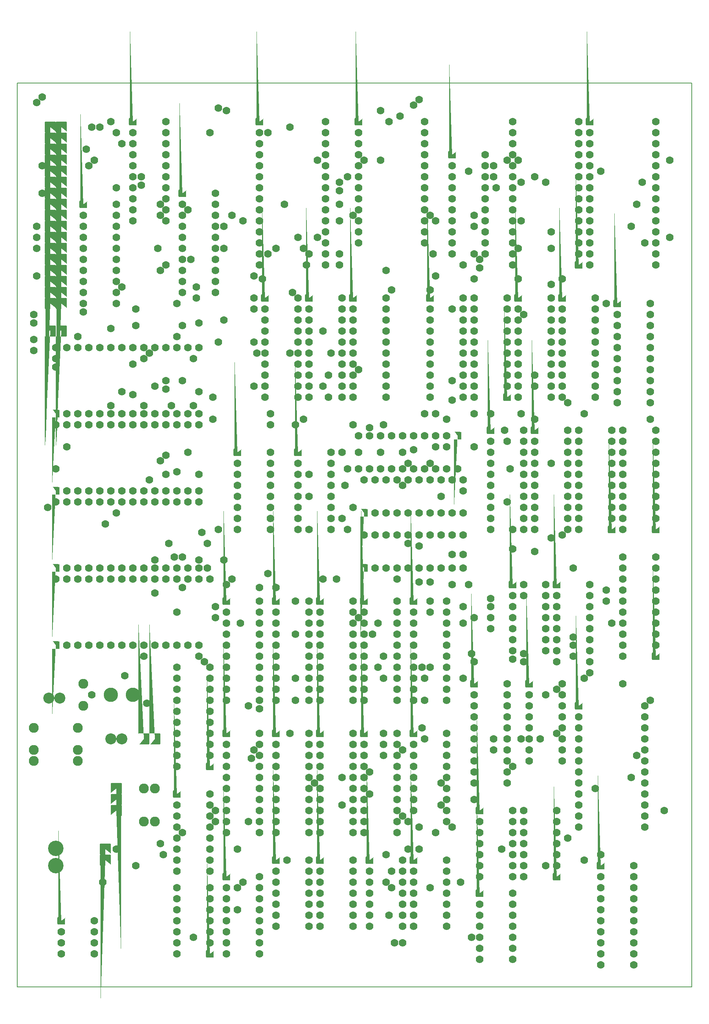
<source format=gbr>
G04 PROTEUS GERBER X2 FILE*
%TF.GenerationSoftware,Labcenter,Proteus,8.6-SP1-Build23413*%
%TF.CreationDate,2017-02-04T10:42:02+00:00*%
%TF.FileFunction,Soldermask,Bot*%
%TF.FilePolarity,Negative*%
%TF.Part,Single*%
%FSLAX45Y45*%
%MOMM*%
G01*
%TA.AperFunction,Material*%
%ADD20C,1.778000*%
%TA.AperFunction,Material*%
%ADD21C,3.556000*%
%AMPPAD014*
4,1,68,
1.270000,-1.016000,
1.270000,1.016000,
1.268720,1.042400,
1.264950,1.067930,
1.258800,1.092490,
1.250400,1.115960,
1.239870,1.138220,
1.227300,1.159150,
1.212840,1.178650,
1.196580,1.196580,
1.178640,1.212840,
1.159150,1.227300,
1.138220,1.239860,
1.115960,1.250400,
1.092490,1.258800,
1.067930,1.264950,
1.042400,1.268720,
1.016000,1.270000,
-1.016000,1.270000,
-1.042400,1.268720,
-1.067930,1.264950,
-1.092490,1.258800,
-1.115960,1.250400,
-1.138220,1.239860,
-1.159150,1.227300,
-1.178640,1.212840,
-1.196580,1.196580,
-1.212840,1.178650,
-1.227300,1.159150,
-1.239870,1.138220,
-1.250400,1.115960,
-1.258800,1.092490,
-1.264950,1.067930,
-1.268720,1.042400,
-1.270000,1.016000,
-1.270000,-1.016000,
-1.268720,-1.042400,
-1.264950,-1.067930,
-1.258800,-1.092490,
-1.250400,-1.115960,
-1.239870,-1.138220,
-1.227300,-1.159150,
-1.212840,-1.178650,
-1.196580,-1.196580,
-1.178640,-1.212840,
-1.159150,-1.227300,
-1.138220,-1.239860,
-1.115960,-1.250400,
-1.092490,-1.258800,
-1.067930,-1.264950,
-1.042400,-1.268720,
-1.016000,-1.270000,
1.016000,-1.270000,
1.042400,-1.268720,
1.067930,-1.264950,
1.092490,-1.258800,
1.115960,-1.250400,
1.138220,-1.239860,
1.159150,-1.227300,
1.178640,-1.212840,
1.196580,-1.196580,
1.212840,-1.178650,
1.227300,-1.159150,
1.239870,-1.138220,
1.250400,-1.115960,
1.258800,-1.092490,
1.264950,-1.067930,
1.268720,-1.042400,
1.270000,-1.016000,
0*%
%ADD22PPAD014*%
%AMPPAD015*
4,1,68,
-1.270000,-1.016000,
-1.270000,1.016000,
-1.268720,1.042400,
-1.264950,1.067930,
-1.258800,1.092490,
-1.250400,1.115960,
-1.239870,1.138220,
-1.227300,1.159150,
-1.212840,1.178650,
-1.196580,1.196580,
-1.178640,1.212840,
-1.159150,1.227300,
-1.138220,1.239860,
-1.115960,1.250400,
-1.092490,1.258800,
-1.067930,1.264950,
-1.042400,1.268720,
-1.016000,1.270000,
1.016000,1.270000,
1.042400,1.268720,
1.067930,1.264950,
1.092490,1.258800,
1.115960,1.250400,
1.138220,1.239860,
1.159150,1.227300,
1.178640,1.212840,
1.196580,1.196580,
1.212840,1.178650,
1.227300,1.159150,
1.239870,1.138220,
1.250400,1.115960,
1.258800,1.092490,
1.264950,1.067930,
1.268720,1.042400,
1.270000,1.016000,
1.270000,-1.016000,
1.268720,-1.042400,
1.264950,-1.067930,
1.258800,-1.092490,
1.250400,-1.115960,
1.239870,-1.138220,
1.227300,-1.159150,
1.212840,-1.178650,
1.196580,-1.196580,
1.178640,-1.212840,
1.159150,-1.227300,
1.138220,-1.239860,
1.115960,-1.250400,
1.092490,-1.258800,
1.067930,-1.264950,
1.042400,-1.268720,
1.016000,-1.270000,
-1.016000,-1.270000,
-1.042400,-1.268720,
-1.067930,-1.264950,
-1.092490,-1.258800,
-1.115960,-1.250400,
-1.138220,-1.239860,
-1.159150,-1.227300,
-1.178640,-1.212840,
-1.196580,-1.196580,
-1.212840,-1.178650,
-1.227300,-1.159150,
-1.239870,-1.138220,
-1.250400,-1.115960,
-1.258800,-1.092490,
-1.264950,-1.067930,
-1.268720,-1.042400,
-1.270000,-1.016000,
0*%
%TA.AperFunction,Material*%
%ADD23PPAD015*%
%TA.AperFunction,Material*%
%ADD24C,2.286000*%
%ADD25C,2.540000*%
%ADD26C,3.302000*%
%AMPPAD019*
4,1,68,
-1.016000,-1.270000,
1.016000,-1.270000,
1.042400,-1.268720,
1.067930,-1.264950,
1.092490,-1.258800,
1.115960,-1.250400,
1.138220,-1.239870,
1.159150,-1.227300,
1.178650,-1.212840,
1.196580,-1.196580,
1.212840,-1.178640,
1.227300,-1.159150,
1.239860,-1.138220,
1.250400,-1.115960,
1.258800,-1.092490,
1.264950,-1.067930,
1.268720,-1.042400,
1.270000,-1.016000,
1.270000,1.016000,
1.268720,1.042400,
1.264950,1.067930,
1.258800,1.092490,
1.250400,1.115960,
1.239860,1.138220,
1.227300,1.159150,
1.212840,1.178640,
1.196580,1.196580,
1.178650,1.212840,
1.159150,1.227300,
1.138220,1.239870,
1.115960,1.250400,
1.092490,1.258800,
1.067930,1.264950,
1.042400,1.268720,
1.016000,1.270000,
-1.016000,1.270000,
-1.042400,1.268720,
-1.067930,1.264950,
-1.092490,1.258800,
-1.115960,1.250400,
-1.138220,1.239870,
-1.159150,1.227300,
-1.178650,1.212840,
-1.196580,1.196580,
-1.212840,1.178640,
-1.227300,1.159150,
-1.239860,1.138220,
-1.250400,1.115960,
-1.258800,1.092490,
-1.264950,1.067930,
-1.268720,1.042400,
-1.270000,1.016000,
-1.270000,-1.016000,
-1.268720,-1.042400,
-1.264950,-1.067930,
-1.258800,-1.092490,
-1.250400,-1.115960,
-1.239860,-1.138220,
-1.227300,-1.159150,
-1.212840,-1.178640,
-1.196580,-1.196580,
-1.178650,-1.212840,
-1.159150,-1.227300,
-1.138220,-1.239870,
-1.115960,-1.250400,
-1.092490,-1.258800,
-1.067930,-1.264950,
-1.042400,-1.268720,
-1.016000,-1.270000,
0*%
%ADD27PPAD019*%
%AMPPAD020*
4,1,68,
-0.635000,0.889000,
0.635000,0.889000,
0.661400,0.887720,
0.686930,0.883950,
0.711490,0.877800,
0.734960,0.869400,
0.757220,0.858870,
0.778150,0.846300,
0.797650,0.831840,
0.815580,0.815580,
0.831840,0.797640,
0.846300,0.778150,
0.858860,0.757220,
0.869400,0.734960,
0.877800,0.711490,
0.883950,0.686930,
0.887720,0.661400,
0.889000,0.635000,
0.889000,-0.635000,
0.887720,-0.661400,
0.883950,-0.686930,
0.877800,-0.711490,
0.869400,-0.734960,
0.858860,-0.757220,
0.846300,-0.778150,
0.831840,-0.797640,
0.815580,-0.815580,
0.797650,-0.831840,
0.778150,-0.846300,
0.757220,-0.858870,
0.734960,-0.869400,
0.711490,-0.877800,
0.686930,-0.883950,
0.661400,-0.887720,
0.635000,-0.889000,
-0.635000,-0.889000,
-0.661400,-0.887720,
-0.686930,-0.883950,
-0.711490,-0.877800,
-0.734960,-0.869400,
-0.757220,-0.858870,
-0.778150,-0.846300,
-0.797650,-0.831840,
-0.815580,-0.815580,
-0.831840,-0.797640,
-0.846300,-0.778150,
-0.858860,-0.757220,
-0.869400,-0.734960,
-0.877800,-0.711490,
-0.883950,-0.686930,
-0.887720,-0.661400,
-0.889000,-0.635000,
-0.889000,0.635000,
-0.887720,0.661400,
-0.883950,0.686930,
-0.877800,0.711490,
-0.869400,0.734960,
-0.858860,0.757220,
-0.846300,0.778150,
-0.831840,0.797640,
-0.815580,0.815580,
-0.797650,0.831840,
-0.778150,0.846300,
-0.757220,0.858870,
-0.734960,0.869400,
-0.711490,0.877800,
-0.686930,0.883950,
-0.661400,0.887720,
-0.635000,0.889000,
0*%
%TA.AperFunction,Material*%
%ADD28PPAD020*%
%AMPPAD021*
4,1,68,
0.889000,0.635000,
0.889000,-0.635000,
0.887720,-0.661400,
0.883950,-0.686930,
0.877800,-0.711490,
0.869400,-0.734960,
0.858870,-0.757220,
0.846300,-0.778150,
0.831840,-0.797650,
0.815580,-0.815580,
0.797640,-0.831840,
0.778150,-0.846300,
0.757220,-0.858860,
0.734960,-0.869400,
0.711490,-0.877800,
0.686930,-0.883950,
0.661400,-0.887720,
0.635000,-0.889000,
-0.635000,-0.889000,
-0.661400,-0.887720,
-0.686930,-0.883950,
-0.711490,-0.877800,
-0.734960,-0.869400,
-0.757220,-0.858860,
-0.778150,-0.846300,
-0.797640,-0.831840,
-0.815580,-0.815580,
-0.831840,-0.797650,
-0.846300,-0.778150,
-0.858870,-0.757220,
-0.869400,-0.734960,
-0.877800,-0.711490,
-0.883950,-0.686930,
-0.887720,-0.661400,
-0.889000,-0.635000,
-0.889000,0.635000,
-0.887720,0.661400,
-0.883950,0.686930,
-0.877800,0.711490,
-0.869400,0.734960,
-0.858870,0.757220,
-0.846300,0.778150,
-0.831840,0.797650,
-0.815580,0.815580,
-0.797640,0.831840,
-0.778150,0.846300,
-0.757220,0.858860,
-0.734960,0.869400,
-0.711490,0.877800,
-0.686930,0.883950,
-0.661400,0.887720,
-0.635000,0.889000,
0.635000,0.889000,
0.661400,0.887720,
0.686930,0.883950,
0.711490,0.877800,
0.734960,0.869400,
0.757220,0.858860,
0.778150,0.846300,
0.797640,0.831840,
0.815580,0.815580,
0.831840,0.797650,
0.846300,0.778150,
0.858870,0.757220,
0.869400,0.734960,
0.877800,0.711490,
0.883950,0.686930,
0.887720,0.661400,
0.889000,0.635000,
0*%
%ADD29PPAD021*%
%AMPPAD022*
4,1,68,
-1.016000,1.270000,
1.016000,1.270000,
1.042400,1.268720,
1.067930,1.264950,
1.092490,1.258800,
1.115960,1.250400,
1.138220,1.239870,
1.159150,1.227300,
1.178650,1.212840,
1.196580,1.196580,
1.212840,1.178640,
1.227300,1.159150,
1.239860,1.138220,
1.250400,1.115960,
1.258800,1.092490,
1.264950,1.067930,
1.268720,1.042400,
1.270000,1.016000,
1.270000,-1.016000,
1.268720,-1.042400,
1.264950,-1.067930,
1.258800,-1.092490,
1.250400,-1.115960,
1.239860,-1.138220,
1.227300,-1.159150,
1.212840,-1.178640,
1.196580,-1.196580,
1.178650,-1.212840,
1.159150,-1.227300,
1.138220,-1.239870,
1.115960,-1.250400,
1.092490,-1.258800,
1.067930,-1.264950,
1.042400,-1.268720,
1.016000,-1.270000,
-1.016000,-1.270000,
-1.042400,-1.268720,
-1.067930,-1.264950,
-1.092490,-1.258800,
-1.115960,-1.250400,
-1.138220,-1.239870,
-1.159150,-1.227300,
-1.178650,-1.212840,
-1.196580,-1.196580,
-1.212840,-1.178640,
-1.227300,-1.159150,
-1.239860,-1.138220,
-1.250400,-1.115960,
-1.258800,-1.092490,
-1.264950,-1.067930,
-1.268720,-1.042400,
-1.270000,-1.016000,
-1.270000,1.016000,
-1.268720,1.042400,
-1.264950,1.067930,
-1.258800,1.092490,
-1.250400,1.115960,
-1.239860,1.138220,
-1.227300,1.159150,
-1.212840,1.178640,
-1.196580,1.196580,
-1.178650,1.212840,
-1.159150,1.227300,
-1.138220,1.239870,
-1.115960,1.250400,
-1.092490,1.258800,
-1.067930,1.264950,
-1.042400,1.268720,
-1.016000,1.270000,
0*%
%TA.AperFunction,Material*%
%ADD72PPAD022*%
%TA.AperFunction,Profile*%
%ADD70C,0.203200*%
%TD.AperFunction*%
D20*
X+8128000Y-5969000D03*
X+4699000Y-5842000D03*
X+11684000Y-5461000D03*
X+9525000Y+1714500D03*
X+2667000Y+1587500D03*
X+4254500Y+7112000D03*
X+8890000Y+4953000D03*
X+4000500Y+4826000D03*
X+2984500Y+1968500D03*
X+3556000Y+5143500D03*
X+3302000Y+5715000D03*
X+9525000Y+5715000D03*
X+3048000Y+5143500D03*
X+9017000Y+7810500D03*
X+9144000Y+4191000D03*
X+8636000Y+4127500D03*
X+2540000Y+6350000D03*
X+2794000Y-4953000D03*
X+10668000Y-5080000D03*
X+3302000Y-4699000D03*
X+3556000Y-7112000D03*
X+3175000Y+381000D03*
X+4318000Y+1016000D03*
X+13081000Y+635000D03*
X+2667000Y+825500D03*
X+9398000Y+4826000D03*
X+2413000Y+5143500D03*
X+2921000Y+3556000D03*
X+8509000Y+3810000D03*
X+9398000Y+4191000D03*
X+3429000Y+4064000D03*
X+7239000Y+9525000D03*
X+7366000Y+5969000D03*
X+3683000Y+5461000D03*
X+10414000Y+4953000D03*
X+4000500Y+5334000D03*
X+3619500Y+7874000D03*
X+5143500Y+8064500D03*
X+3175000Y+7493000D03*
X+7239000Y+4699000D03*
X+7112000Y+10414000D03*
X+2921000Y+4000500D03*
X+3683000Y+3556000D03*
X+6223000Y+3556000D03*
X+7366000Y+4064000D03*
X+7874000Y+4064000D03*
X+3302000Y+1651000D03*
X+3683000Y+1587500D03*
X+4254500Y+1587500D03*
X+3111500Y+1651000D03*
X+3746500Y+2222500D03*
X+3873500Y+1968500D03*
X+4127500Y+2286000D03*
X+2667000Y+5588000D03*
X+10414000Y+0D03*
X+10033000Y-3937000D03*
X+5270500Y+11430000D03*
X+10033000Y+8064500D03*
X+8001000Y+8255000D03*
X+6223000Y+8636000D03*
X+10033000Y+4953000D03*
X+5334000Y+4953000D03*
X+5270500Y+8636000D03*
X+9779000Y+8382000D03*
X+6921500Y+8382000D03*
X+10160000Y+8318500D03*
X+10414000Y+508000D03*
X+10731500Y+4572000D03*
X+9144000Y+4953000D03*
X+9144000Y+8128000D03*
X+5969000Y+9017000D03*
X+10160000Y+8509000D03*
X+9080500Y+8636000D03*
X+6921500Y+8636000D03*
X+11112500Y+10287000D03*
X+6921500Y+9398000D03*
X+10033000Y+254000D03*
X+9715500Y-5842000D03*
X+10414000Y+254000D03*
X+7683500Y-127000D03*
X+8064500Y-6604000D03*
X+8382000Y-7239000D03*
X+8191500Y-7239000D03*
X+9017000Y-5969000D03*
X+8509000Y-5080000D03*
X+8509000Y-4445000D03*
X+9398000Y-4445000D03*
X+11176000Y-571500D03*
X+4064000Y-4445000D03*
X+12192000Y-4826000D03*
X+11684000Y-1524000D03*
X+4064000Y-4191000D03*
X+5080000Y+952500D03*
X+13081000Y+889000D03*
X+7937500Y-1143000D03*
X+7937500Y-635000D03*
X+8763000Y+1079500D03*
X+4445000Y+1143000D03*
X+4889500Y-2984500D03*
X+8382000Y-2794000D03*
X+5905500Y+4699000D03*
X+5334000Y+4699000D03*
X+6096000Y+4826000D03*
X+5905500Y+635000D03*
X+6667500Y+5334000D03*
X+9017000Y+381000D03*
X+9017000Y-889000D03*
X+6159500Y+8382000D03*
X+5905500Y-127000D03*
X+6413500Y+9017000D03*
X+6540500Y+5588000D03*
X+6540500Y+1143000D03*
X+6540500Y+6858000D03*
X+4064000Y+508000D03*
X+12319000Y-190500D03*
X+12065000Y+2159000D03*
X+9779000Y+3175000D03*
X+6223000Y+3048000D03*
X+2222500Y+7366000D03*
X+6350000Y-3556000D03*
X+4953000Y-2794000D03*
X+8890000Y-2540000D03*
X+4953000Y+5588000D03*
X+2921000Y+5715000D03*
X+9969500Y-571500D03*
X+9906000Y+1016000D03*
X+11176000Y+1016000D03*
X+4953000Y+8128000D03*
X+5905500Y-1651000D03*
X+5905500Y-1143000D03*
X+2222500Y+6985000D03*
X+3302000Y+6985000D03*
X+3492500Y+8509000D03*
X+4953000Y+7366000D03*
X+5016500Y+6350000D03*
X+5778500Y+6350000D03*
X+5778500Y-2413000D03*
X+8826500Y-2286000D03*
X+11938000Y-2413000D03*
X+4699000Y+9398000D03*
X+2794000Y+9525000D03*
X+11112500Y-2540000D03*
X+4826000Y-1778000D03*
X+4064000Y+254000D03*
X+5651500Y+9779000D03*
X+3810000Y-762000D03*
X+4953000Y+6604000D03*
X+14097000Y-1651000D03*
X+5270500Y+1270000D03*
X+7048500Y+3302000D03*
X+8382000Y+4064000D03*
X+12065000Y+8064500D03*
X+11049000Y+8064500D03*
X+9906000Y+10541000D03*
X+12954000Y+10541000D03*
X+13081000Y+7493000D03*
X+10033000Y+8636000D03*
X+12192000Y+5207000D03*
X+11430000Y+5588000D03*
X+11176000Y+7239000D03*
X+11684000Y+10287000D03*
X+13906500Y+10287000D03*
X+11811000Y+9144000D03*
X+13779500Y+9779000D03*
X+13779500Y-2921000D03*
X+7620000Y-3302000D03*
X+9144000Y+9398000D03*
X+10541000Y+10160000D03*
X+11430000Y+5842000D03*
X+11430000Y+10414000D03*
X+10033000Y+9525000D03*
X+10033000Y+9271000D03*
X+10033000Y+4191000D03*
X+6096000Y+8763000D03*
X+11049000Y+8763000D03*
X+12827000Y-3683000D03*
X+6985000Y-3429000D03*
X+6985000Y-4064000D03*
X+7620000Y-3810000D03*
X+10922000Y-3175000D03*
X+10795000Y+4318000D03*
X+5715000Y-5334000D03*
X+2857500Y-5207000D03*
X+4254500Y+9271000D03*
X+2794000Y+3873500D03*
X+3683000Y-635000D03*
X+2413000Y-635000D03*
X+2540000Y+3429000D03*
X+2794000Y+9779000D03*
X+3556000Y+6223000D03*
X+2159000Y+5397500D03*
X+2222500Y-5461000D03*
X+4572000Y-5080000D03*
X+1778000Y-5080000D03*
X+1905000Y+5461000D03*
X+1460500Y-5842000D03*
X+1968500Y-1079500D03*
X+1270000Y+10795000D03*
X+6858000Y+1143000D03*
X+7937500Y-2667000D03*
X+4572000Y-6477000D03*
X+4572000Y-5969000D03*
X+635000Y+4191000D03*
X+7937500Y-2413000D03*
X+8763000Y-4572000D03*
X+8763000Y-5080000D03*
X+8001000Y-5207000D03*
X+8001000Y-5842000D03*
X+7937500Y-2921000D03*
X+9779000Y+127000D03*
X+9779000Y+508000D03*
X+10795000Y+2921000D03*
X+1206500Y+11557000D03*
X+9017000Y+635000D03*
X+10414000Y+698500D03*
X+4635500Y+127000D03*
X+10858500Y+3683000D03*
X+12954000Y-5207000D03*
X+8382000Y+3302000D03*
X+12573000Y-1143000D03*
X+12319000Y+1397000D03*
X+13208000Y+127000D03*
X+11811000Y+3810000D03*
X+5842000Y+7747000D03*
X+11811000Y+8763000D03*
X+8128000Y+7810500D03*
X+7366000Y+254000D03*
X+7112000Y+3683000D03*
X+12573000Y+4953000D03*
X+190500Y+2794000D03*
X+4318000Y+11938000D03*
X+63500Y+12255500D03*
X-63500Y+9017000D03*
X+3683000Y+7048500D03*
X-63500Y+8128000D03*
X-63500Y+8763000D03*
X+381000Y+6223000D03*
X+4127500Y+6604000D03*
X+2413000Y+6223000D03*
X-127000Y+6413500D03*
X-127000Y+6667500D03*
X+3175000Y+6731000D03*
X-127000Y+7239000D03*
X-127000Y+7048500D03*
X+2349500Y+10414000D03*
X+63500Y+10668000D03*
X+63500Y+10033000D03*
X+1016000Y+7302500D03*
X+4127500Y+12001500D03*
X-63500Y+12128500D03*
X-63500Y+9271000D03*
X+3429000Y+9652000D03*
X+14097000Y+4826000D03*
X+1651000Y+11684000D03*
X+8763000Y+12192000D03*
X+8636000Y+12065000D03*
X+8318500Y+11811000D03*
X+8064500Y+11684000D03*
X+7874000Y+10795000D03*
X+6921500Y+10287000D03*
X+6921500Y+9779000D03*
X+2921000Y+8382000D03*
X+2794000Y+8255000D03*
X+2476500Y-1714500D03*
X+2730500Y+8763000D03*
X+2921000Y+5524500D03*
X+11112500Y+9398000D03*
X+11557000Y-2540000D03*
X+1905000Y+7874000D03*
X+1651000Y+6921500D03*
X+10033000Y-762000D03*
X+11176000Y-762000D03*
X+9969500Y-7112000D03*
X+10795000Y+10795000D03*
X+9525000Y+7366000D03*
X+10922000Y-698500D03*
X+9271000Y-3556000D03*
X+4445000Y+9525000D03*
X+9017000Y+9525000D03*
X+11811000Y+2095500D03*
X+8509000Y+1968500D03*
X+8382000Y-4318000D03*
X+14414500Y-4191000D03*
X+11430000Y+1778000D03*
X+9779000Y+1714500D03*
X+4826000Y-4445000D03*
X+9525000Y-4572000D03*
X+1079500Y+11049000D03*
X+1905000Y+11176000D03*
X+1143000Y+10668000D03*
X+6413500Y+10795000D03*
X+1778000Y+10160000D03*
X+1524000Y+2413000D03*
X+6731000Y+6350000D03*
X+2159000Y+6096000D03*
X+2349500Y+10223500D03*
X+1778000Y+2667000D03*
X+1397000Y+11557000D03*
X+3937000Y+11430000D03*
X+8128000Y-5588000D03*
X+9144000Y-4699000D03*
X+13652500Y-3429000D03*
X+11176000Y+762000D03*
X+10922000Y+1841500D03*
X+8763000Y+1905000D03*
X+7874000Y+11938000D03*
X+7620000Y+4635500D03*
X+8255000Y+1143000D03*
X+8890000Y-1651000D03*
X+8826500Y-889000D03*
X+7937500Y+4699000D03*
X+11938000Y-1397000D03*
X+10922000Y+2286000D03*
X+10477500Y+10414000D03*
X+10477500Y+10668000D03*
X+7493000Y+10795000D03*
X+8890000Y-1143000D03*
X+12700000Y-1016000D03*
X+13652500Y+9271000D03*
X+6921500Y+10096500D03*
X+12319000Y-381000D03*
X+14541500Y+9017000D03*
X+9017000Y+1079500D03*
X+7810500Y-889000D03*
X+3302000Y+952500D03*
X+381000Y+3683000D03*
X+3175000Y+3619500D03*
X+889000Y+6731000D03*
X+10477500Y-2794000D03*
X+10477500Y-2540000D03*
X+9525000Y+1016000D03*
X+5461000Y+8763000D03*
X+5461000Y+952500D03*
X+12319000Y-635000D03*
X+5080000Y-1841500D03*
X+9017000Y+3810000D03*
X+6667500Y+5842000D03*
X+3619500Y+7620000D03*
X+4953000Y+7620000D03*
X+11811000Y+7937500D03*
X+11430000Y+4826000D03*
X+11112500Y+4953000D03*
X+1651000Y+5143500D03*
X+4254500Y+8763000D03*
X+3873500Y+1397000D03*
X+3937000Y+1143000D03*
X+5778500Y+11557000D03*
X+1778000Y+11430000D03*
X+6223000Y+2286000D03*
X+7810500Y+127000D03*
X+6985000Y+2540000D03*
X+7112000Y+2286000D03*
X+9271000Y+3048000D03*
X+7239000Y+2794000D03*
X+381000Y+6032500D03*
X+6985000Y+4064000D03*
X+9525000Y+5270500D03*
X+13462000Y-1270000D03*
X+1206500Y-1524000D03*
X+9271000Y-4064000D03*
X+9779000Y-1143000D03*
X+14541500Y+10795000D03*
X+11049000Y+10795000D03*
X+12573000Y-5334000D03*
X+13970000Y+8890000D03*
D21*
X+381000Y-5461000D03*
X+381000Y-5064760D03*
D22*
X+1524000Y-5334000D03*
X+1524000Y-5080000D03*
D23*
X+1778000Y-4191000D03*
X+1778000Y-3937000D03*
X+1778000Y-3683000D03*
D24*
X-127000Y-3048000D03*
X+889000Y-3048000D03*
X-127000Y-2794000D03*
X+889000Y-2794000D03*
X-127000Y-2286000D03*
X+889000Y-2286000D03*
D25*
X+1651000Y-2540000D03*
X+1905000Y-2540000D03*
D26*
X+1651000Y-1524000D03*
X+2159000Y-1524000D03*
D24*
X+1016000Y-1270000D03*
X+1016000Y-1778000D03*
D25*
X+218000Y-1595000D03*
X+472000Y-1595000D03*
D24*
X+2667000Y-3683000D03*
X+2667000Y-4445000D03*
X+2413000Y-3683000D03*
X+2413000Y-4445000D03*
D27*
X+2413000Y-2540000D03*
X+2667000Y-2540000D03*
D22*
X+254000Y+11557000D03*
X+254000Y+11303000D03*
X+254000Y+11049000D03*
X+254000Y+10795000D03*
X+254000Y+10541000D03*
X+254000Y+10287000D03*
X+254000Y+10033000D03*
X+254000Y+9779000D03*
X+254000Y+9525000D03*
X+254000Y+9271000D03*
X+254000Y+9017000D03*
X+254000Y+8763000D03*
X+254000Y+8509000D03*
X+508000Y+8509000D03*
X+508000Y+8763000D03*
X+508000Y+9017000D03*
X+508000Y+9271000D03*
X+508000Y+9525000D03*
X+508000Y+9779000D03*
X+508000Y+10033000D03*
X+508000Y+10287000D03*
X+508000Y+10541000D03*
X+508000Y+10795000D03*
X+508000Y+11049000D03*
X+508000Y+11303000D03*
X+508000Y+11557000D03*
X+508000Y+8255000D03*
X+508000Y+8001000D03*
X+254000Y+8255000D03*
X+254000Y+8001000D03*
X+508000Y+7747000D03*
X+254000Y+7747000D03*
X+254000Y+7493000D03*
X+508000Y+7493000D03*
D28*
X+381000Y+4953000D03*
D20*
X+635000Y+4953000D03*
X+889000Y+4953000D03*
X+1143000Y+4953000D03*
X+1397000Y+4953000D03*
X+1651000Y+4953000D03*
X+1905000Y+4953000D03*
X+2159000Y+4953000D03*
X+2413000Y+4953000D03*
X+2667000Y+4953000D03*
X+2921000Y+4953000D03*
X+3175000Y+4953000D03*
X+3429000Y+4953000D03*
X+3683000Y+4953000D03*
X+3683000Y+6477000D03*
X+3429000Y+6477000D03*
X+3175000Y+6477000D03*
X+2921000Y+6477000D03*
X+2667000Y+6477000D03*
X+2413000Y+6477000D03*
X+2159000Y+6477000D03*
X+1905000Y+6477000D03*
X+1651000Y+6477000D03*
X+1397000Y+6477000D03*
X+1143000Y+6477000D03*
X+889000Y+6477000D03*
X+635000Y+6477000D03*
X+381000Y+6477000D03*
D28*
X+381000Y+3175000D03*
D20*
X+635000Y+3175000D03*
X+889000Y+3175000D03*
X+1143000Y+3175000D03*
X+1397000Y+3175000D03*
X+1651000Y+3175000D03*
X+1905000Y+3175000D03*
X+2159000Y+3175000D03*
X+2413000Y+3175000D03*
X+2667000Y+3175000D03*
X+2921000Y+3175000D03*
X+3175000Y+3175000D03*
X+3429000Y+3175000D03*
X+3683000Y+3175000D03*
X+3683000Y+4699000D03*
X+3429000Y+4699000D03*
X+3175000Y+4699000D03*
X+2921000Y+4699000D03*
X+2667000Y+4699000D03*
X+2413000Y+4699000D03*
X+2159000Y+4699000D03*
X+1905000Y+4699000D03*
X+1651000Y+4699000D03*
X+1397000Y+4699000D03*
X+1143000Y+4699000D03*
X+889000Y+4699000D03*
X+635000Y+4699000D03*
X+381000Y+4699000D03*
D28*
X+381000Y+1397000D03*
D20*
X+635000Y+1397000D03*
X+889000Y+1397000D03*
X+1143000Y+1397000D03*
X+1397000Y+1397000D03*
X+1651000Y+1397000D03*
X+1905000Y+1397000D03*
X+2159000Y+1397000D03*
X+2413000Y+1397000D03*
X+2667000Y+1397000D03*
X+2921000Y+1397000D03*
X+3175000Y+1397000D03*
X+3429000Y+1397000D03*
X+3683000Y+1397000D03*
X+3683000Y+2921000D03*
X+3429000Y+2921000D03*
X+3175000Y+2921000D03*
X+2921000Y+2921000D03*
X+2667000Y+2921000D03*
X+2413000Y+2921000D03*
X+2159000Y+2921000D03*
X+1905000Y+2921000D03*
X+1651000Y+2921000D03*
X+1397000Y+2921000D03*
X+1143000Y+2921000D03*
X+889000Y+2921000D03*
X+635000Y+2921000D03*
X+381000Y+2921000D03*
D28*
X+381000Y-381000D03*
D20*
X+635000Y-381000D03*
X+889000Y-381000D03*
X+1143000Y-381000D03*
X+1397000Y-381000D03*
X+1651000Y-381000D03*
X+1905000Y-381000D03*
X+2159000Y-381000D03*
X+2413000Y-381000D03*
X+2667000Y-381000D03*
X+2921000Y-381000D03*
X+3175000Y-381000D03*
X+3429000Y-381000D03*
X+3683000Y-381000D03*
X+3683000Y+1143000D03*
X+3429000Y+1143000D03*
X+3175000Y+1143000D03*
X+2921000Y+1143000D03*
X+2667000Y+1143000D03*
X+2413000Y+1143000D03*
X+2159000Y+1143000D03*
X+1905000Y+1143000D03*
X+1651000Y+1143000D03*
X+1397000Y+1143000D03*
X+1143000Y+1143000D03*
X+889000Y+1143000D03*
X+635000Y+1143000D03*
X+381000Y+1143000D03*
D29*
X+5080000Y+11684000D03*
D20*
X+5080000Y+11430000D03*
X+5080000Y+11176000D03*
X+5080000Y+10922000D03*
X+5080000Y+10668000D03*
X+5080000Y+10414000D03*
X+5080000Y+10160000D03*
X+5080000Y+9906000D03*
X+5080000Y+9652000D03*
X+5080000Y+9398000D03*
X+5080000Y+9144000D03*
X+5080000Y+8890000D03*
X+5080000Y+8636000D03*
X+5080000Y+8382000D03*
X+6604000Y+8382000D03*
X+6604000Y+8636000D03*
X+6604000Y+8890000D03*
X+6604000Y+9144000D03*
X+6604000Y+9398000D03*
X+6604000Y+9652000D03*
X+6604000Y+9906000D03*
X+6604000Y+10160000D03*
X+6604000Y+10414000D03*
X+6604000Y+10668000D03*
X+6604000Y+10922000D03*
X+6604000Y+11176000D03*
X+6604000Y+11430000D03*
X+6604000Y+11684000D03*
D29*
X+7366000Y+11684000D03*
D20*
X+7366000Y+11430000D03*
X+7366000Y+11176000D03*
X+7366000Y+10922000D03*
X+7366000Y+10668000D03*
X+7366000Y+10414000D03*
X+7366000Y+10160000D03*
X+7366000Y+9906000D03*
X+7366000Y+9652000D03*
X+7366000Y+9398000D03*
X+7366000Y+9144000D03*
X+7366000Y+8890000D03*
X+8890000Y+8890000D03*
X+8890000Y+9144000D03*
X+8890000Y+9398000D03*
X+8890000Y+9652000D03*
X+8890000Y+9906000D03*
X+8890000Y+10160000D03*
X+8890000Y+10414000D03*
X+8890000Y+10668000D03*
X+8890000Y+10922000D03*
X+8890000Y+11176000D03*
X+8890000Y+11430000D03*
X+8890000Y+11684000D03*
D29*
X+12446000Y+8382000D03*
D20*
X+12446000Y+8636000D03*
X+12446000Y+8890000D03*
X+12446000Y+9144000D03*
X+12446000Y+9398000D03*
X+12446000Y+9652000D03*
X+12446000Y+9906000D03*
X+12446000Y+10160000D03*
X+12446000Y+10414000D03*
X+12446000Y+10668000D03*
X+12446000Y+10922000D03*
X+12446000Y+11176000D03*
X+12446000Y+11430000D03*
X+12446000Y+11684000D03*
X+10922000Y+11684000D03*
X+10922000Y+11430000D03*
X+10922000Y+11176000D03*
X+10922000Y+10922000D03*
X+10922000Y+10668000D03*
X+10922000Y+10414000D03*
X+10922000Y+10160000D03*
X+10922000Y+9906000D03*
X+10922000Y+9652000D03*
X+10922000Y+9398000D03*
X+10922000Y+9144000D03*
X+10922000Y+8890000D03*
X+10922000Y+8636000D03*
X+10922000Y+8382000D03*
D29*
X+12700000Y+11684000D03*
D20*
X+12700000Y+11430000D03*
X+12700000Y+11176000D03*
X+12700000Y+10922000D03*
X+12700000Y+10668000D03*
X+12700000Y+10414000D03*
X+12700000Y+10160000D03*
X+12700000Y+9906000D03*
X+12700000Y+9652000D03*
X+12700000Y+9398000D03*
X+12700000Y+9144000D03*
X+12700000Y+8890000D03*
X+12700000Y+8636000D03*
X+12700000Y+8382000D03*
X+14224000Y+8382000D03*
X+14224000Y+8636000D03*
X+14224000Y+8890000D03*
X+14224000Y+9144000D03*
X+14224000Y+9398000D03*
X+14224000Y+9652000D03*
X+14224000Y+9906000D03*
X+14224000Y+10160000D03*
X+14224000Y+10414000D03*
X+14224000Y+10668000D03*
X+14224000Y+10922000D03*
X+14224000Y+11176000D03*
X+14224000Y+11430000D03*
X+14224000Y+11684000D03*
D29*
X+1016000Y+9779000D03*
D20*
X+1016000Y+9525000D03*
X+1016000Y+9271000D03*
X+1016000Y+9017000D03*
X+1016000Y+8763000D03*
X+1016000Y+8509000D03*
X+1016000Y+8255000D03*
X+1016000Y+8001000D03*
X+1016000Y+7747000D03*
X+1016000Y+7493000D03*
X+1778000Y+7493000D03*
X+1778000Y+7747000D03*
X+1778000Y+8001000D03*
X+1778000Y+8255000D03*
X+1778000Y+8509000D03*
X+1778000Y+8763000D03*
X+1778000Y+9017000D03*
X+1778000Y+9271000D03*
X+1778000Y+9525000D03*
X+1778000Y+9779000D03*
D29*
X+2159000Y+11684000D03*
D20*
X+2159000Y+11430000D03*
X+2159000Y+11176000D03*
X+2159000Y+10922000D03*
X+2159000Y+10668000D03*
X+2159000Y+10414000D03*
X+2159000Y+10160000D03*
X+2159000Y+9906000D03*
X+2159000Y+9652000D03*
X+2159000Y+9398000D03*
X+2921000Y+9398000D03*
X+2921000Y+9652000D03*
X+2921000Y+9906000D03*
X+2921000Y+10160000D03*
X+2921000Y+10414000D03*
X+2921000Y+10668000D03*
X+2921000Y+10922000D03*
X+2921000Y+11176000D03*
X+2921000Y+11430000D03*
X+2921000Y+11684000D03*
D29*
X+3937000Y-3175000D03*
D20*
X+3937000Y-2921000D03*
X+3937000Y-2667000D03*
X+3937000Y-2413000D03*
X+3937000Y-2159000D03*
X+3937000Y-1905000D03*
X+3937000Y-1651000D03*
X+3937000Y-1397000D03*
X+3937000Y-1143000D03*
X+3937000Y-889000D03*
X+3175000Y-889000D03*
X+3175000Y-1143000D03*
X+3175000Y-1397000D03*
X+3175000Y-1651000D03*
X+3175000Y-1905000D03*
X+3175000Y-2159000D03*
X+3175000Y-2413000D03*
X+3175000Y-2667000D03*
X+3175000Y-2921000D03*
X+3175000Y-3175000D03*
D29*
X+3302000Y+10033000D03*
D20*
X+3302000Y+9779000D03*
X+3302000Y+9525000D03*
X+3302000Y+9271000D03*
X+3302000Y+9017000D03*
X+3302000Y+8763000D03*
X+3302000Y+8509000D03*
X+3302000Y+8255000D03*
X+3302000Y+8001000D03*
X+3302000Y+7747000D03*
X+4064000Y+7747000D03*
X+4064000Y+8001000D03*
X+4064000Y+8255000D03*
X+4064000Y+8509000D03*
X+4064000Y+8763000D03*
X+4064000Y+9017000D03*
X+4064000Y+9271000D03*
X+4064000Y+9525000D03*
X+4064000Y+9779000D03*
X+4064000Y+10033000D03*
D29*
X+5207000Y+7620000D03*
D20*
X+5207000Y+7366000D03*
X+5207000Y+7112000D03*
X+5207000Y+6858000D03*
X+5207000Y+6604000D03*
X+5207000Y+6350000D03*
X+5207000Y+6096000D03*
X+5207000Y+5842000D03*
X+5207000Y+5588000D03*
X+5207000Y+5334000D03*
X+5969000Y+5334000D03*
X+5969000Y+5588000D03*
X+5969000Y+5842000D03*
X+5969000Y+6096000D03*
X+5969000Y+6350000D03*
X+5969000Y+6604000D03*
X+5969000Y+6858000D03*
X+5969000Y+7112000D03*
X+5969000Y+7366000D03*
X+5969000Y+7620000D03*
D29*
X+6223000Y+7620000D03*
D20*
X+6223000Y+7366000D03*
X+6223000Y+7112000D03*
X+6223000Y+6858000D03*
X+6223000Y+6604000D03*
X+6223000Y+6350000D03*
X+6223000Y+6096000D03*
X+6223000Y+5842000D03*
X+6223000Y+5588000D03*
X+6223000Y+5334000D03*
X+6985000Y+5334000D03*
X+6985000Y+5588000D03*
X+6985000Y+5842000D03*
X+6985000Y+6096000D03*
X+6985000Y+6350000D03*
X+6985000Y+6604000D03*
X+6985000Y+6858000D03*
X+6985000Y+7112000D03*
X+6985000Y+7366000D03*
X+6985000Y+7620000D03*
D29*
X+7239000Y+7620000D03*
D20*
X+7239000Y+7366000D03*
X+7239000Y+7112000D03*
X+7239000Y+6858000D03*
X+7239000Y+6604000D03*
X+7239000Y+6350000D03*
X+7239000Y+6096000D03*
X+7239000Y+5842000D03*
X+7239000Y+5588000D03*
X+7239000Y+5334000D03*
X+8001000Y+5334000D03*
X+8001000Y+5588000D03*
X+8001000Y+5842000D03*
X+8001000Y+6096000D03*
X+8001000Y+6350000D03*
X+8001000Y+6604000D03*
X+8001000Y+6858000D03*
X+8001000Y+7112000D03*
X+8001000Y+7366000D03*
X+8001000Y+7620000D03*
D28*
X+9652000Y+4445000D03*
D20*
X+9398000Y+4445000D03*
X+9144000Y+4445000D03*
X+8890000Y+4445000D03*
X+8636000Y+4445000D03*
X+8382000Y+4445000D03*
X+8128000Y+4445000D03*
X+7874000Y+4445000D03*
X+7620000Y+4445000D03*
X+7366000Y+4445000D03*
X+7366000Y+3683000D03*
X+7620000Y+3683000D03*
X+7874000Y+3683000D03*
X+8128000Y+3683000D03*
X+8382000Y+3683000D03*
X+8636000Y+3683000D03*
X+8890000Y+3683000D03*
X+9144000Y+3683000D03*
X+9398000Y+3683000D03*
X+9652000Y+3683000D03*
D29*
X+4318000Y+635000D03*
D20*
X+4318000Y+381000D03*
X+4318000Y+127000D03*
X+4318000Y-127000D03*
X+4318000Y-381000D03*
X+4318000Y-635000D03*
X+4318000Y-889000D03*
X+4318000Y-1143000D03*
X+4318000Y-1397000D03*
X+4318000Y-1651000D03*
X+5080000Y-1651000D03*
X+5080000Y-1397000D03*
X+5080000Y-1143000D03*
X+5080000Y-889000D03*
X+5080000Y-635000D03*
X+5080000Y-381000D03*
X+5080000Y-127000D03*
X+5080000Y+127000D03*
X+5080000Y+381000D03*
X+5080000Y+635000D03*
D29*
X+5461000Y+635000D03*
D20*
X+5461000Y+381000D03*
X+5461000Y+127000D03*
X+5461000Y-127000D03*
X+5461000Y-381000D03*
X+5461000Y-635000D03*
X+5461000Y-889000D03*
X+5461000Y-1143000D03*
X+5461000Y-1397000D03*
X+5461000Y-1651000D03*
X+6223000Y-1651000D03*
X+6223000Y-1397000D03*
X+6223000Y-1143000D03*
X+6223000Y-889000D03*
X+6223000Y-635000D03*
X+6223000Y-381000D03*
X+6223000Y-127000D03*
X+6223000Y+127000D03*
X+6223000Y+381000D03*
X+6223000Y+635000D03*
D29*
X+6477000Y+635000D03*
D20*
X+6477000Y+381000D03*
X+6477000Y+127000D03*
X+6477000Y-127000D03*
X+6477000Y-381000D03*
X+6477000Y-635000D03*
X+6477000Y-889000D03*
X+6477000Y-1143000D03*
X+6477000Y-1397000D03*
X+6477000Y-1651000D03*
X+7239000Y-1651000D03*
X+7239000Y-1397000D03*
X+7239000Y-1143000D03*
X+7239000Y-889000D03*
X+7239000Y-635000D03*
X+7239000Y-381000D03*
X+7239000Y-127000D03*
X+7239000Y+127000D03*
X+7239000Y+381000D03*
X+7239000Y+635000D03*
D28*
X+7493000Y+2667000D03*
D20*
X+7747000Y+2667000D03*
X+8001000Y+2667000D03*
X+8255000Y+2667000D03*
X+8509000Y+2667000D03*
X+8763000Y+2667000D03*
X+9017000Y+2667000D03*
X+9271000Y+2667000D03*
X+9525000Y+2667000D03*
X+9779000Y+2667000D03*
X+9779000Y+3429000D03*
X+9525000Y+3429000D03*
X+9271000Y+3429000D03*
X+9017000Y+3429000D03*
X+8763000Y+3429000D03*
X+8509000Y+3429000D03*
X+8255000Y+3429000D03*
X+8001000Y+3429000D03*
X+7747000Y+3429000D03*
X+7493000Y+3429000D03*
D28*
X+7493000Y+1397000D03*
D20*
X+7747000Y+1397000D03*
X+8001000Y+1397000D03*
X+8255000Y+1397000D03*
X+8509000Y+1397000D03*
X+8763000Y+1397000D03*
X+9017000Y+1397000D03*
X+9271000Y+1397000D03*
X+9525000Y+1397000D03*
X+9779000Y+1397000D03*
X+9779000Y+2159000D03*
X+9525000Y+2159000D03*
X+9271000Y+2159000D03*
X+9017000Y+2159000D03*
X+8763000Y+2159000D03*
X+8509000Y+2159000D03*
X+8255000Y+2159000D03*
X+8001000Y+2159000D03*
X+7747000Y+2159000D03*
X+7493000Y+2159000D03*
D29*
X+9525000Y+10922000D03*
D20*
X+9525000Y+10668000D03*
X+9525000Y+10414000D03*
X+9525000Y+10160000D03*
X+9525000Y+9906000D03*
X+9525000Y+9652000D03*
X+9525000Y+9398000D03*
X+9525000Y+9144000D03*
X+9525000Y+8890000D03*
X+9525000Y+8636000D03*
X+10287000Y+8636000D03*
X+10287000Y+8890000D03*
X+10287000Y+9144000D03*
X+10287000Y+9398000D03*
X+10287000Y+9652000D03*
X+10287000Y+9906000D03*
X+10287000Y+10160000D03*
X+10287000Y+10414000D03*
X+10287000Y+10668000D03*
X+10287000Y+10922000D03*
D29*
X+9017000Y+7620000D03*
D20*
X+9017000Y+7366000D03*
X+9017000Y+7112000D03*
X+9017000Y+6858000D03*
X+9017000Y+6604000D03*
X+9017000Y+6350000D03*
X+9017000Y+6096000D03*
X+9017000Y+5842000D03*
X+9017000Y+5588000D03*
X+9017000Y+5334000D03*
X+9779000Y+5334000D03*
X+9779000Y+5588000D03*
X+9779000Y+5842000D03*
X+9779000Y+6096000D03*
X+9779000Y+6350000D03*
X+9779000Y+6604000D03*
X+9779000Y+6858000D03*
X+9779000Y+7112000D03*
X+9779000Y+7366000D03*
X+9779000Y+7620000D03*
D29*
X+10795000Y+5334000D03*
D20*
X+10795000Y+5588000D03*
X+10795000Y+5842000D03*
X+10795000Y+6096000D03*
X+10795000Y+6350000D03*
X+10795000Y+6604000D03*
X+10795000Y+6858000D03*
X+10795000Y+7112000D03*
X+10795000Y+7366000D03*
X+10795000Y+7620000D03*
X+10033000Y+7620000D03*
X+10033000Y+7366000D03*
X+10033000Y+7112000D03*
X+10033000Y+6858000D03*
X+10033000Y+6604000D03*
X+10033000Y+6350000D03*
X+10033000Y+6096000D03*
X+10033000Y+5842000D03*
X+10033000Y+5588000D03*
X+10033000Y+5334000D03*
D29*
X+11049000Y+7620000D03*
D20*
X+11049000Y+7366000D03*
X+11049000Y+7112000D03*
X+11049000Y+6858000D03*
X+11049000Y+6604000D03*
X+11049000Y+6350000D03*
X+11049000Y+6096000D03*
X+11049000Y+5842000D03*
X+11049000Y+5588000D03*
X+11049000Y+5334000D03*
X+11811000Y+5334000D03*
X+11811000Y+5588000D03*
X+11811000Y+5842000D03*
X+11811000Y+6096000D03*
X+11811000Y+6350000D03*
X+11811000Y+6604000D03*
X+11811000Y+6858000D03*
X+11811000Y+7112000D03*
X+11811000Y+7366000D03*
X+11811000Y+7620000D03*
D29*
X+12065000Y+7620000D03*
D20*
X+12065000Y+7366000D03*
X+12065000Y+7112000D03*
X+12065000Y+6858000D03*
X+12065000Y+6604000D03*
X+12065000Y+6350000D03*
X+12065000Y+6096000D03*
X+12065000Y+5842000D03*
X+12065000Y+5588000D03*
X+12065000Y+5334000D03*
X+12827000Y+5334000D03*
X+12827000Y+5588000D03*
X+12827000Y+5842000D03*
X+12827000Y+6096000D03*
X+12827000Y+6350000D03*
X+12827000Y+6604000D03*
X+12827000Y+6858000D03*
X+12827000Y+7112000D03*
X+12827000Y+7366000D03*
X+12827000Y+7620000D03*
D29*
X+7493000Y+635000D03*
D20*
X+7493000Y+381000D03*
X+7493000Y+127000D03*
X+7493000Y-127000D03*
X+7493000Y-381000D03*
X+7493000Y-635000D03*
X+7493000Y-889000D03*
X+7493000Y-1143000D03*
X+7493000Y-1397000D03*
X+7493000Y-1651000D03*
X+8255000Y-1651000D03*
X+8255000Y-1397000D03*
X+8255000Y-1143000D03*
X+8255000Y-889000D03*
X+8255000Y-635000D03*
X+8255000Y-381000D03*
X+8255000Y-127000D03*
X+8255000Y+127000D03*
X+8255000Y+381000D03*
X+8255000Y+635000D03*
D29*
X+13335000Y+7493000D03*
D20*
X+13335000Y+7239000D03*
X+13335000Y+6985000D03*
X+13335000Y+6731000D03*
X+13335000Y+6477000D03*
X+13335000Y+6223000D03*
X+13335000Y+5969000D03*
X+13335000Y+5715000D03*
X+13335000Y+5461000D03*
X+13335000Y+5207000D03*
X+14097000Y+5207000D03*
X+14097000Y+5461000D03*
X+14097000Y+5715000D03*
X+14097000Y+5969000D03*
X+14097000Y+6223000D03*
X+14097000Y+6477000D03*
X+14097000Y+6731000D03*
X+14097000Y+6985000D03*
X+14097000Y+7239000D03*
X+14097000Y+7493000D03*
D29*
X+10414000Y+4572000D03*
D20*
X+10414000Y+4318000D03*
X+10414000Y+4064000D03*
X+10414000Y+3810000D03*
X+10414000Y+3556000D03*
X+10414000Y+3302000D03*
X+10414000Y+3048000D03*
X+10414000Y+2794000D03*
X+10414000Y+2540000D03*
X+10414000Y+2286000D03*
X+11176000Y+2286000D03*
X+11176000Y+2540000D03*
X+11176000Y+2794000D03*
X+11176000Y+3048000D03*
X+11176000Y+3302000D03*
X+11176000Y+3556000D03*
X+11176000Y+3810000D03*
X+11176000Y+4064000D03*
X+11176000Y+4318000D03*
X+11176000Y+4572000D03*
D29*
X+8636000Y+635000D03*
D20*
X+8636000Y+381000D03*
X+8636000Y+127000D03*
X+8636000Y-127000D03*
X+8636000Y-381000D03*
X+8636000Y-635000D03*
X+8636000Y-889000D03*
X+8636000Y-1143000D03*
X+8636000Y-1397000D03*
X+8636000Y-1651000D03*
X+9398000Y-1651000D03*
X+9398000Y-1397000D03*
X+9398000Y-1143000D03*
X+9398000Y-889000D03*
X+9398000Y-635000D03*
X+9398000Y-381000D03*
X+9398000Y-127000D03*
X+9398000Y+127000D03*
X+9398000Y+381000D03*
X+9398000Y+635000D03*
D29*
X+11430000Y+4572000D03*
D20*
X+11430000Y+4318000D03*
X+11430000Y+4064000D03*
X+11430000Y+3810000D03*
X+11430000Y+3556000D03*
X+11430000Y+3302000D03*
X+11430000Y+3048000D03*
X+11430000Y+2794000D03*
X+11430000Y+2540000D03*
X+11430000Y+2286000D03*
X+12192000Y+2286000D03*
X+12192000Y+2540000D03*
X+12192000Y+2794000D03*
X+12192000Y+3048000D03*
X+12192000Y+3302000D03*
X+12192000Y+3556000D03*
X+12192000Y+3810000D03*
X+12192000Y+4064000D03*
X+12192000Y+4318000D03*
X+12192000Y+4572000D03*
D29*
X+13208000Y+2286000D03*
D20*
X+13208000Y+2540000D03*
X+13208000Y+2794000D03*
X+13208000Y+3048000D03*
X+13208000Y+3302000D03*
X+13208000Y+3556000D03*
X+13208000Y+3810000D03*
X+13208000Y+4064000D03*
X+13208000Y+4318000D03*
X+13208000Y+4572000D03*
X+12446000Y+4572000D03*
X+12446000Y+4318000D03*
X+12446000Y+4064000D03*
X+12446000Y+3810000D03*
X+12446000Y+3556000D03*
X+12446000Y+3302000D03*
X+12446000Y+3048000D03*
X+12446000Y+2794000D03*
X+12446000Y+2540000D03*
X+12446000Y+2286000D03*
D29*
X+14224000Y+2286000D03*
D20*
X+14224000Y+2540000D03*
X+14224000Y+2794000D03*
X+14224000Y+3048000D03*
X+14224000Y+3302000D03*
X+14224000Y+3556000D03*
X+14224000Y+3810000D03*
X+14224000Y+4064000D03*
X+14224000Y+4318000D03*
X+14224000Y+4572000D03*
X+13462000Y+4572000D03*
X+13462000Y+4318000D03*
X+13462000Y+4064000D03*
X+13462000Y+3810000D03*
X+13462000Y+3556000D03*
X+13462000Y+3302000D03*
X+13462000Y+3048000D03*
X+13462000Y+2794000D03*
X+13462000Y+2540000D03*
X+13462000Y+2286000D03*
D29*
X+14224000Y-635000D03*
D20*
X+14224000Y-381000D03*
X+14224000Y-127000D03*
X+14224000Y+127000D03*
X+14224000Y+381000D03*
X+14224000Y+635000D03*
X+14224000Y+889000D03*
X+14224000Y+1143000D03*
X+14224000Y+1397000D03*
X+14224000Y+1651000D03*
X+13462000Y+1651000D03*
X+13462000Y+1397000D03*
X+13462000Y+1143000D03*
X+13462000Y+889000D03*
X+13462000Y+635000D03*
X+13462000Y+381000D03*
X+13462000Y+127000D03*
X+13462000Y-127000D03*
X+13462000Y-381000D03*
X+13462000Y-635000D03*
D29*
X+5461000Y-2413000D03*
D20*
X+5461000Y-2667000D03*
X+5461000Y-2921000D03*
X+5461000Y-3175000D03*
X+5461000Y-3429000D03*
X+5461000Y-3683000D03*
X+5461000Y-3937000D03*
X+5461000Y-4191000D03*
X+5461000Y-4445000D03*
X+5461000Y-4699000D03*
X+6223000Y-4699000D03*
X+6223000Y-4445000D03*
X+6223000Y-4191000D03*
X+6223000Y-3937000D03*
X+6223000Y-3683000D03*
X+6223000Y-3429000D03*
X+6223000Y-3175000D03*
X+6223000Y-2921000D03*
X+6223000Y-2667000D03*
X+6223000Y-2413000D03*
D29*
X+4318000Y-2413000D03*
D20*
X+4318000Y-2667000D03*
X+4318000Y-2921000D03*
X+4318000Y-3175000D03*
X+4318000Y-3429000D03*
X+4318000Y-3683000D03*
X+4318000Y-3937000D03*
X+4318000Y-4191000D03*
X+4318000Y-4445000D03*
X+4318000Y-4699000D03*
X+5080000Y-4699000D03*
X+5080000Y-4445000D03*
X+5080000Y-4191000D03*
X+5080000Y-3937000D03*
X+5080000Y-3683000D03*
X+5080000Y-3429000D03*
X+5080000Y-3175000D03*
X+5080000Y-2921000D03*
X+5080000Y-2667000D03*
X+5080000Y-2413000D03*
D29*
X+6477000Y-2413000D03*
D20*
X+6477000Y-2667000D03*
X+6477000Y-2921000D03*
X+6477000Y-3175000D03*
X+6477000Y-3429000D03*
X+6477000Y-3683000D03*
X+6477000Y-3937000D03*
X+6477000Y-4191000D03*
X+6477000Y-4445000D03*
X+6477000Y-4699000D03*
X+7239000Y-4699000D03*
X+7239000Y-4445000D03*
X+7239000Y-4191000D03*
X+7239000Y-3937000D03*
X+7239000Y-3683000D03*
X+7239000Y-3429000D03*
X+7239000Y-3175000D03*
X+7239000Y-2921000D03*
X+7239000Y-2667000D03*
X+7239000Y-2413000D03*
D29*
X+7493000Y-2413000D03*
D20*
X+7493000Y-2667000D03*
X+7493000Y-2921000D03*
X+7493000Y-3175000D03*
X+7493000Y-3429000D03*
X+7493000Y-3683000D03*
X+7493000Y-3937000D03*
X+7493000Y-4191000D03*
X+7493000Y-4445000D03*
X+7493000Y-4699000D03*
X+8255000Y-4699000D03*
X+8255000Y-4445000D03*
X+8255000Y-4191000D03*
X+8255000Y-3937000D03*
X+8255000Y-3683000D03*
X+8255000Y-3429000D03*
X+8255000Y-3175000D03*
X+8255000Y-2921000D03*
X+8255000Y-2667000D03*
X+8255000Y-2413000D03*
D29*
X+10033000Y-1270000D03*
D20*
X+10033000Y-1524000D03*
X+10033000Y-1778000D03*
X+10033000Y-2032000D03*
X+10033000Y-2286000D03*
X+10033000Y-2540000D03*
X+10033000Y-2794000D03*
X+10033000Y-3048000D03*
X+10033000Y-3302000D03*
X+10033000Y-3556000D03*
X+10795000Y-3556000D03*
X+10795000Y-3302000D03*
X+10795000Y-3048000D03*
X+10795000Y-2794000D03*
X+10795000Y-2540000D03*
X+10795000Y-2286000D03*
X+10795000Y-2032000D03*
X+10795000Y-1778000D03*
X+10795000Y-1524000D03*
X+10795000Y-1270000D03*
D29*
X+8636000Y-2413000D03*
D20*
X+8636000Y-2667000D03*
X+8636000Y-2921000D03*
X+8636000Y-3175000D03*
X+8636000Y-3429000D03*
X+8636000Y-3683000D03*
X+8636000Y-3937000D03*
X+8636000Y-4191000D03*
X+9398000Y-4191000D03*
X+9398000Y-3937000D03*
X+9398000Y-3683000D03*
X+9398000Y-3429000D03*
X+9398000Y-3175000D03*
X+9398000Y-2921000D03*
X+9398000Y-2667000D03*
X+9398000Y-2413000D03*
D29*
X+11303000Y-1270000D03*
D20*
X+11303000Y-1524000D03*
X+11303000Y-1778000D03*
X+11303000Y-2032000D03*
X+11303000Y-2286000D03*
X+11303000Y-2540000D03*
X+11303000Y-2794000D03*
X+11303000Y-3048000D03*
X+12065000Y-3048000D03*
X+12065000Y-2794000D03*
X+12065000Y-2540000D03*
X+12065000Y-2286000D03*
X+12065000Y-2032000D03*
X+12065000Y-1778000D03*
X+12065000Y-1524000D03*
X+12065000Y-1270000D03*
D29*
X+3175000Y-3810000D03*
D20*
X+3175000Y-4064000D03*
X+3175000Y-4318000D03*
X+3175000Y-4572000D03*
X+3175000Y-4826000D03*
X+3175000Y-5080000D03*
X+3175000Y-5334000D03*
X+3175000Y-5588000D03*
X+3937000Y-5588000D03*
X+3937000Y-5334000D03*
X+3937000Y-5080000D03*
X+3937000Y-4826000D03*
X+3937000Y-4572000D03*
X+3937000Y-4318000D03*
X+3937000Y-4064000D03*
X+3937000Y-3810000D03*
D29*
X+11938000Y+1016000D03*
D20*
X+11938000Y+762000D03*
X+11938000Y+508000D03*
X+11938000Y+254000D03*
X+11938000Y+0D03*
X+11938000Y-254000D03*
X+11938000Y-508000D03*
X+11938000Y-762000D03*
X+12700000Y-762000D03*
X+12700000Y-508000D03*
X+12700000Y-254000D03*
X+12700000Y+0D03*
X+12700000Y+254000D03*
X+12700000Y+508000D03*
X+12700000Y+762000D03*
X+12700000Y+1016000D03*
D29*
X+4572000Y+4064000D03*
D20*
X+4572000Y+3810000D03*
X+4572000Y+3556000D03*
X+4572000Y+3302000D03*
X+4572000Y+3048000D03*
X+4572000Y+2794000D03*
X+4572000Y+2540000D03*
X+4572000Y+2286000D03*
X+5334000Y+2286000D03*
X+5334000Y+2540000D03*
X+5334000Y+2794000D03*
X+5334000Y+3048000D03*
X+5334000Y+3302000D03*
X+5334000Y+3556000D03*
X+5334000Y+3810000D03*
X+5334000Y+4064000D03*
D29*
X+5969000Y+4064000D03*
D20*
X+5969000Y+3810000D03*
X+5969000Y+3556000D03*
X+5969000Y+3302000D03*
X+5969000Y+3048000D03*
X+5969000Y+2794000D03*
X+5969000Y+2540000D03*
X+5969000Y+2286000D03*
X+6731000Y+2286000D03*
X+6731000Y+2540000D03*
X+6731000Y+2794000D03*
X+6731000Y+3048000D03*
X+6731000Y+3302000D03*
X+6731000Y+3556000D03*
X+6731000Y+3810000D03*
X+6731000Y+4064000D03*
D29*
X+4318000Y-5715000D03*
D20*
X+4318000Y-5969000D03*
X+4318000Y-6223000D03*
X+4318000Y-6477000D03*
X+4318000Y-6731000D03*
X+4318000Y-6985000D03*
X+4318000Y-7239000D03*
X+4318000Y-7493000D03*
X+5080000Y-7493000D03*
X+5080000Y-7239000D03*
X+5080000Y-6985000D03*
X+5080000Y-6731000D03*
X+5080000Y-6477000D03*
X+5080000Y-6223000D03*
X+5080000Y-5969000D03*
X+5080000Y-5715000D03*
D29*
X+5461000Y-5334000D03*
D20*
X+5461000Y-5588000D03*
X+5461000Y-5842000D03*
X+5461000Y-6096000D03*
X+5461000Y-6350000D03*
X+5461000Y-6604000D03*
X+5461000Y-6858000D03*
X+6223000Y-6858000D03*
X+6223000Y-6604000D03*
X+6223000Y-6350000D03*
X+6223000Y-6096000D03*
X+6223000Y-5842000D03*
X+6223000Y-5588000D03*
X+6223000Y-5334000D03*
D29*
X+10160000Y-4191000D03*
D20*
X+10160000Y-4445000D03*
X+10160000Y-4699000D03*
X+10160000Y-4953000D03*
X+10160000Y-5207000D03*
X+10160000Y-5461000D03*
X+10160000Y-5715000D03*
X+10922000Y-5715000D03*
X+10922000Y-5461000D03*
X+10922000Y-5207000D03*
X+10922000Y-4953000D03*
X+10922000Y-4699000D03*
X+10922000Y-4445000D03*
X+10922000Y-4191000D03*
D29*
X+11938000Y-5715000D03*
D20*
X+11938000Y-5461000D03*
X+11938000Y-5207000D03*
X+11938000Y-4953000D03*
X+11938000Y-4699000D03*
X+11938000Y-4445000D03*
X+11938000Y-4191000D03*
X+11176000Y-4191000D03*
X+11176000Y-4445000D03*
X+11176000Y-4699000D03*
X+11176000Y-4953000D03*
X+11176000Y-5207000D03*
X+11176000Y-5461000D03*
X+11176000Y-5715000D03*
D29*
X+8636000Y-5334000D03*
D20*
X+8636000Y-5588000D03*
X+8636000Y-5842000D03*
X+8636000Y-6096000D03*
X+8636000Y-6350000D03*
X+8636000Y-6604000D03*
X+8636000Y-6858000D03*
X+9398000Y-6858000D03*
X+9398000Y-6604000D03*
X+9398000Y-6350000D03*
X+9398000Y-6096000D03*
X+9398000Y-5842000D03*
X+9398000Y-5588000D03*
X+9398000Y-5334000D03*
D29*
X+7620000Y-5334000D03*
D20*
X+7620000Y-5588000D03*
X+7620000Y-5842000D03*
X+7620000Y-6096000D03*
X+7620000Y-6350000D03*
X+7620000Y-6604000D03*
X+7620000Y-6858000D03*
X+8382000Y-6858000D03*
X+8382000Y-6604000D03*
X+8382000Y-6350000D03*
X+8382000Y-6096000D03*
X+8382000Y-5842000D03*
X+8382000Y-5588000D03*
X+8382000Y-5334000D03*
D29*
X+10922000Y+1016000D03*
D20*
X+10922000Y+762000D03*
X+10922000Y+508000D03*
X+10922000Y+254000D03*
X+10922000Y+0D03*
X+10922000Y-254000D03*
X+10922000Y-508000D03*
X+11684000Y-508000D03*
X+11684000Y-254000D03*
X+11684000Y+0D03*
X+11684000Y+254000D03*
X+11684000Y+508000D03*
X+11684000Y+762000D03*
X+11684000Y+1016000D03*
D29*
X+3937000Y-7493000D03*
D20*
X+3937000Y-7239000D03*
X+3937000Y-6985000D03*
X+3937000Y-6731000D03*
X+3937000Y-6477000D03*
X+3937000Y-6223000D03*
X+3937000Y-5969000D03*
X+3175000Y-5969000D03*
X+3175000Y-6223000D03*
X+3175000Y-6477000D03*
X+3175000Y-6731000D03*
X+3175000Y-6985000D03*
X+3175000Y-7239000D03*
X+3175000Y-7493000D03*
D29*
X+10160000Y-6096000D03*
D20*
X+10160000Y-6350000D03*
X+10160000Y-6604000D03*
X+10160000Y-6858000D03*
X+10160000Y-7112000D03*
X+10160000Y-7366000D03*
X+10160000Y-7620000D03*
X+10922000Y-7620000D03*
X+10922000Y-7366000D03*
X+10922000Y-7112000D03*
X+10922000Y-6858000D03*
X+10922000Y-6604000D03*
X+10922000Y-6350000D03*
X+10922000Y-6096000D03*
D29*
X+508000Y-6731000D03*
D20*
X+508000Y-6985000D03*
X+508000Y-7239000D03*
X+508000Y-7493000D03*
X+1270000Y-7493000D03*
X+1270000Y-7239000D03*
X+1270000Y-6985000D03*
X+1270000Y-6731000D03*
D29*
X+12954000Y-5461000D03*
D20*
X+12954000Y-5715000D03*
X+12954000Y-5969000D03*
X+12954000Y-6223000D03*
X+12954000Y-6477000D03*
X+12954000Y-6731000D03*
X+12954000Y-6985000D03*
X+12954000Y-7239000D03*
X+12954000Y-7493000D03*
X+12954000Y-7747000D03*
X+13716000Y-7747000D03*
X+13716000Y-7493000D03*
X+13716000Y-7239000D03*
X+13716000Y-6985000D03*
X+13716000Y-6731000D03*
X+13716000Y-6477000D03*
X+13716000Y-6223000D03*
X+13716000Y-5969000D03*
X+13716000Y-5715000D03*
X+13716000Y-5461000D03*
D29*
X+12446000Y-1778000D03*
D20*
X+12446000Y-2032000D03*
X+12446000Y-2286000D03*
X+12446000Y-2540000D03*
X+12446000Y-2794000D03*
X+12446000Y-3048000D03*
X+12446000Y-3302000D03*
X+12446000Y-3556000D03*
X+12446000Y-3810000D03*
X+12446000Y-4064000D03*
X+12446000Y-4318000D03*
X+12446000Y-4572000D03*
X+13970000Y-4572000D03*
X+13970000Y-4318000D03*
X+13970000Y-4064000D03*
X+13970000Y-3810000D03*
X+13970000Y-3556000D03*
X+13970000Y-3302000D03*
X+13970000Y-3048000D03*
X+13970000Y-2794000D03*
X+13970000Y-2540000D03*
X+13970000Y-2286000D03*
X+13970000Y-2032000D03*
X+13970000Y-1778000D03*
D29*
X+6477000Y-5334000D03*
D20*
X+6477000Y-5588000D03*
X+6477000Y-5842000D03*
X+6477000Y-6096000D03*
X+6477000Y-6350000D03*
X+6477000Y-6604000D03*
X+6477000Y-6858000D03*
X+7239000Y-6858000D03*
X+7239000Y-6604000D03*
X+7239000Y-6350000D03*
X+7239000Y-6096000D03*
X+7239000Y-5842000D03*
X+7239000Y-5588000D03*
X+7239000Y-5334000D03*
D72*
X+254000Y+6858000D03*
X+508000Y+6858000D03*
D70*
X-508000Y-8255000D02*
X+15049500Y-8255000D01*
X+15049500Y+12573000D01*
X-508000Y+12573000D01*
X-508000Y-8255000D01*
M02*

</source>
